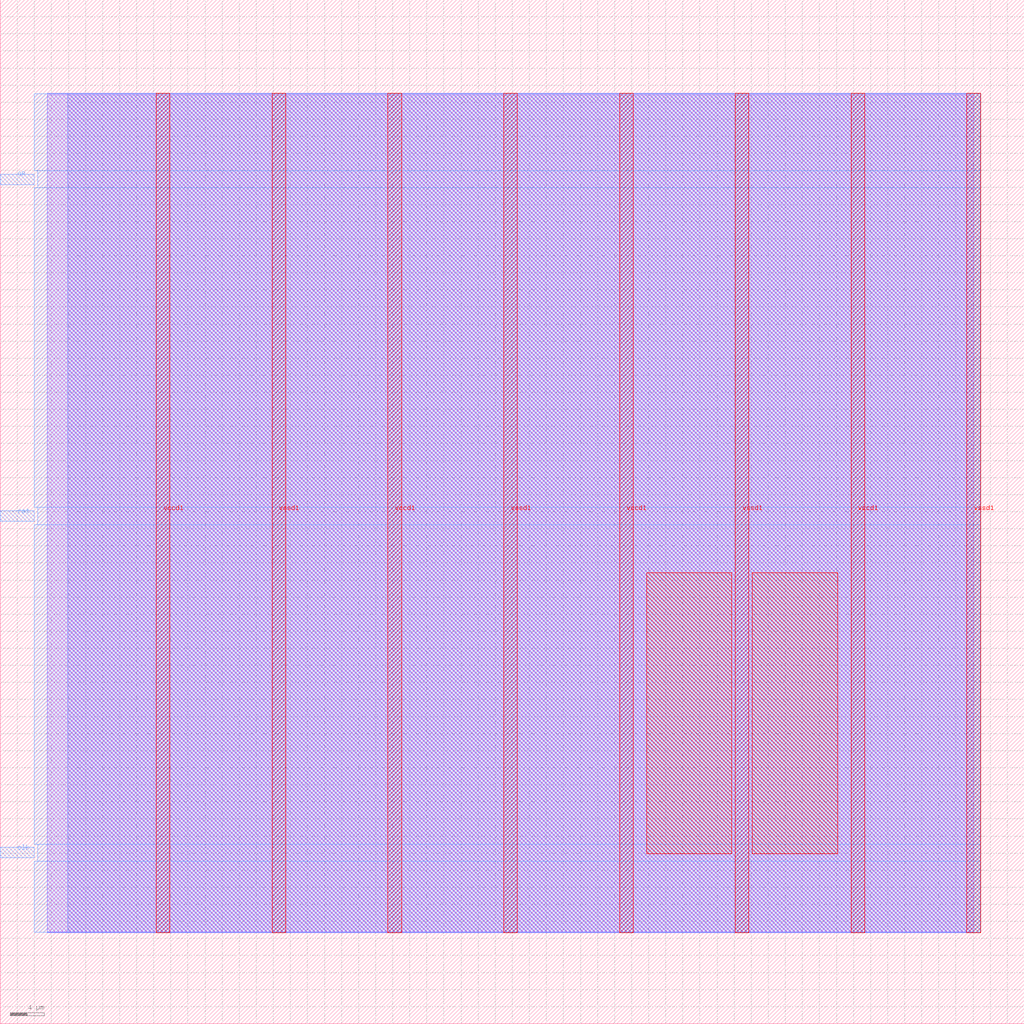
<source format=lef>
VERSION 5.7 ;
  NOWIREEXTENSIONATPIN ON ;
  DIVIDERCHAR "/" ;
  BUSBITCHARS "[]" ;
MACRO tune_player
  CLASS BLOCK ;
  FOREIGN tune_player ;
  ORIGIN 0.000 0.000 ;
  SIZE 120.000 BY 120.000 ;
  PIN OP
    DIRECTION OUTPUT TRISTATE ;
    USE SIGNAL ;
    PORT
      LAYER met3 ;
        RECT 0.000 98.340 4.000 99.540 ;
    END
  END OP
  PIN clk
    DIRECTION INPUT ;
    USE SIGNAL ;
    PORT
      LAYER met3 ;
        RECT 0.000 19.460 4.000 20.660 ;
    END
  END clk
  PIN rst
    DIRECTION INPUT ;
    USE SIGNAL ;
    PORT
      LAYER met3 ;
        RECT 0.000 58.900 4.000 60.100 ;
    END
  END rst
  PIN vccd1
    DIRECTION INOUT ;
    USE POWER ;
    PORT
      LAYER met4 ;
        RECT 18.290 10.640 19.890 109.040 ;
    END
    PORT
      LAYER met4 ;
        RECT 45.430 10.640 47.030 109.040 ;
    END
    PORT
      LAYER met4 ;
        RECT 72.570 10.640 74.170 109.040 ;
    END
    PORT
      LAYER met4 ;
        RECT 99.710 10.640 101.310 109.040 ;
    END
  END vccd1
  PIN vssd1
    DIRECTION INOUT ;
    USE GROUND ;
    PORT
      LAYER met4 ;
        RECT 31.860 10.640 33.460 109.040 ;
    END
    PORT
      LAYER met4 ;
        RECT 59.000 10.640 60.600 109.040 ;
    END
    PORT
      LAYER met4 ;
        RECT 86.140 10.640 87.740 109.040 ;
    END
    PORT
      LAYER met4 ;
        RECT 113.280 10.640 114.880 109.040 ;
    END
  END vssd1
  OBS
      LAYER li1 ;
        RECT 5.520 10.795 114.080 108.885 ;
      LAYER met1 ;
        RECT 5.520 10.640 114.880 109.040 ;
      LAYER met2 ;
        RECT 7.920 10.695 114.850 108.985 ;
      LAYER met3 ;
        RECT 4.000 99.940 114.870 108.965 ;
        RECT 4.400 97.940 114.870 99.940 ;
        RECT 4.000 60.500 114.870 97.940 ;
        RECT 4.400 58.500 114.870 60.500 ;
        RECT 4.000 21.060 114.870 58.500 ;
        RECT 4.400 19.060 114.870 21.060 ;
        RECT 4.000 10.715 114.870 19.060 ;
      LAYER met4 ;
        RECT 75.735 19.895 85.740 52.865 ;
        RECT 88.140 19.895 98.145 52.865 ;
  END
END tune_player
END LIBRARY


</source>
